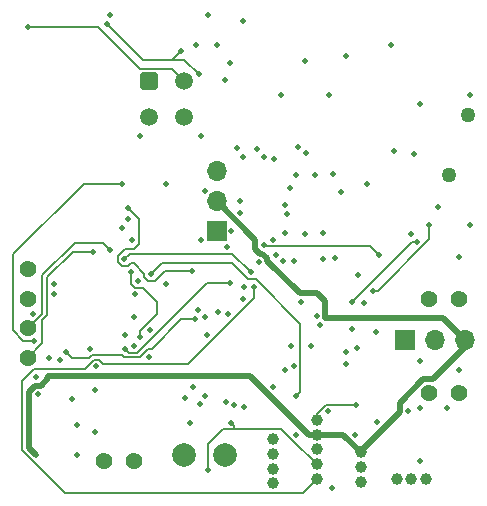
<source format=gbr>
%TF.GenerationSoftware,KiCad,Pcbnew,(6.0.7)*%
%TF.CreationDate,2022-09-21T11:21:43+02:00*%
%TF.ProjectId,CANpaca-EB-schematics,43414e70-6163-4612-9d45-422d73636865,rev?*%
%TF.SameCoordinates,Original*%
%TF.FileFunction,Copper,L3,Inr*%
%TF.FilePolarity,Positive*%
%FSLAX46Y46*%
G04 Gerber Fmt 4.6, Leading zero omitted, Abs format (unit mm)*
G04 Created by KiCad (PCBNEW (6.0.7)) date 2022-09-21 11:21:43*
%MOMM*%
%LPD*%
G01*
G04 APERTURE LIST*
G04 Aperture macros list*
%AMRoundRect*
0 Rectangle with rounded corners*
0 $1 Rounding radius*
0 $2 $3 $4 $5 $6 $7 $8 $9 X,Y pos of 4 corners*
0 Add a 4 corners polygon primitive as box body*
4,1,4,$2,$3,$4,$5,$6,$7,$8,$9,$2,$3,0*
0 Add four circle primitives for the rounded corners*
1,1,$1+$1,$2,$3*
1,1,$1+$1,$4,$5*
1,1,$1+$1,$6,$7*
1,1,$1+$1,$8,$9*
0 Add four rect primitives between the rounded corners*
20,1,$1+$1,$2,$3,$4,$5,0*
20,1,$1+$1,$4,$5,$6,$7,0*
20,1,$1+$1,$6,$7,$8,$9,0*
20,1,$1+$1,$8,$9,$2,$3,0*%
G04 Aperture macros list end*
%TA.AperFunction,ComponentPad*%
%ADD10C,1.270000*%
%TD*%
%TA.AperFunction,ComponentPad*%
%ADD11C,1.000000*%
%TD*%
%TA.AperFunction,ComponentPad*%
%ADD12C,2.000000*%
%TD*%
%TA.AperFunction,ComponentPad*%
%ADD13C,1.425000*%
%TD*%
%TA.AperFunction,ComponentPad*%
%ADD14R,1.700000X1.700000*%
%TD*%
%TA.AperFunction,ComponentPad*%
%ADD15O,1.700000X1.700000*%
%TD*%
%TA.AperFunction,ComponentPad*%
%ADD16RoundRect,0.250001X-0.499999X-0.499999X0.499999X-0.499999X0.499999X0.499999X-0.499999X0.499999X0*%
%TD*%
%TA.AperFunction,ComponentPad*%
%ADD17C,1.500000*%
%TD*%
%TA.AperFunction,ViaPad*%
%ADD18C,0.508000*%
%TD*%
%TA.AperFunction,Conductor*%
%ADD19C,0.200000*%
%TD*%
%TA.AperFunction,Conductor*%
%ADD20C,0.520000*%
%TD*%
G04 APERTURE END LIST*
D10*
%TO.N,VBUS*%
%TO.C,F1*%
X114050000Y-43450000D03*
%TO.N,Net-(C20-Pad2)*%
X112450000Y-48550000D03*
%TD*%
D11*
%TO.N,GND*%
%TO.C,J14*%
X101250000Y-69250000D03*
%TO.N,5V*%
X101250000Y-70500000D03*
%TO.N,SERVO*%
X101250000Y-71750000D03*
%TO.N,GND*%
X101250000Y-73000000D03*
%TO.N,PROBE*%
X101250000Y-74250000D03*
%TD*%
D12*
%TO.N,Net-(J6-Pad1)*%
%TO.C,J6*%
X90000000Y-72250000D03*
%TO.N,DC_IN*%
X93500000Y-72250000D03*
%TD*%
D11*
%TO.N,3V3*%
%TO.C,J16*%
X110500000Y-74250000D03*
%TO.N,GND*%
X109250000Y-74250000D03*
%TO.N,RUNOUT*%
X108000000Y-74250000D03*
%TD*%
%TO.N,5V*%
%TO.C,J13*%
X105000000Y-72000000D03*
%TO.N,GND*%
X105000000Y-73250000D03*
%TO.N,RGB*%
X105000000Y-74500000D03*
%TD*%
D13*
%TO.N,Net-(C15-Pad2)*%
%TO.C,J5*%
X113250000Y-67000000D03*
%TO.N,Net-(D3-Pad2)*%
X110750000Y-67000000D03*
%TD*%
%TO.N,Net-(C15-Pad2)*%
%TO.C,J2*%
X113250000Y-59000000D03*
%TO.N,Net-(D1-Pad2)*%
X110750000Y-59000000D03*
%TD*%
%TO.N,GND*%
%TO.C,J17*%
X83250000Y-72750000D03*
%TO.N,Net-(J17-Pad2)*%
X85750000Y-72750000D03*
%TD*%
D14*
%TO.N,DC_IN*%
%TO.C,J4*%
X108725000Y-62500000D03*
D15*
%TO.N,Net-(C15-Pad2)*%
X111265000Y-62500000D03*
%TO.N,5V*%
X113805000Y-62500000D03*
%TD*%
D13*
%TO.N,MOTOR_A2*%
%TO.C,J8*%
X76750000Y-56500000D03*
%TO.N,MOTOR_A1*%
X76750000Y-59000000D03*
%TO.N,Net-(J8-Pad3)*%
X76750000Y-61500000D03*
%TO.N,Net-(J8-Pad4)*%
X76750000Y-64000000D03*
%TD*%
D11*
%TO.N,FORCE_P*%
%TO.C,J12*%
X97500000Y-70875000D03*
%TO.N,RTDIN_P*%
X97500000Y-72125000D03*
%TO.N,RTDIN_N*%
X97500000Y-73375000D03*
%TO.N,FORCE_N*%
X97500000Y-74625000D03*
%TD*%
D14*
%TO.N,USB_5V*%
%TO.C,J11*%
X92750000Y-53275000D03*
D15*
%TO.N,5V*%
X92750000Y-50735000D03*
%TO.N,DC_5V*%
X92750000Y-48195000D03*
%TD*%
D16*
%TO.N,DC_IN*%
%TO.C,J7*%
X87000000Y-40585000D03*
D17*
%TO.N,GND*%
X90000000Y-40585000D03*
%TO.N,CAN_P*%
X87000000Y-43585000D03*
%TO.N,CAN_N*%
X90000000Y-43585000D03*
%TD*%
D18*
%TO.N,GND*%
X112250000Y-68250000D03*
X93500000Y-40500000D03*
X76750000Y-36000000D03*
X77667052Y-67091990D03*
X92750000Y-37500000D03*
X105250000Y-59371500D03*
X85250000Y-51328500D03*
X110000000Y-42500000D03*
X80500000Y-67500000D03*
X80954130Y-72250000D03*
X107750000Y-46500000D03*
X104648586Y-63203500D03*
X95000000Y-47000000D03*
X90695245Y-56634407D03*
X86250000Y-45250000D03*
X94000000Y-69500000D03*
X92000000Y-73500000D03*
X114250000Y-41750000D03*
X106000000Y-58333616D03*
X102250000Y-41750000D03*
X93930064Y-39046500D03*
X110750000Y-52750000D03*
X107500000Y-37500000D03*
X100250000Y-53553500D03*
X103250000Y-50000000D03*
X77495479Y-65664490D03*
X103750000Y-63500000D03*
X104571500Y-67970792D03*
X113250000Y-55500000D03*
%TO.N,5V*%
X77500000Y-72250000D03*
X78500000Y-65500000D03*
%TO.N,Net-(C2-Pad2)*%
X91462500Y-45212500D03*
X91750000Y-49898500D03*
%TO.N,CAN_P*%
X95033764Y-58033764D03*
X91446498Y-54046500D03*
%TO.N,CAN_N*%
X85609592Y-54049143D03*
X88500000Y-49250000D03*
%TO.N,DC_IN*%
X87118403Y-61671903D03*
X90500000Y-69500000D03*
%TO.N,Net-(C6-Pad2)*%
X80000000Y-63500000D03*
X90943417Y-60753720D03*
%TO.N,Net-(C7-Pad1)*%
X78553500Y-64000000D03*
%TO.N,Net-(C7-Pad2)*%
X79500000Y-64196500D03*
X82581498Y-64733822D03*
%TO.N,3V3*%
X104250000Y-61528500D03*
X98250000Y-41750000D03*
X99500000Y-70500000D03*
X91196500Y-59928500D03*
X106343016Y-69458688D03*
X109250000Y-53500000D03*
X82500000Y-70250000D03*
X100750000Y-63000000D03*
X95000000Y-59000000D03*
X109500000Y-46750000D03*
X86250000Y-62250000D03*
X85536780Y-56734237D03*
X102227918Y-68522082D03*
%TO.N,Net-(C10-Pad2)*%
X84750000Y-49250000D03*
X77271452Y-62542905D03*
%TO.N,Net-(C11-Pad2)*%
X85250000Y-52250000D03*
X77179209Y-60288022D03*
%TO.N,Net-(C16-Pad1)*%
X93875996Y-57625995D03*
X85000000Y-63246500D03*
%TO.N,Net-(C17-Pad1)*%
X84750000Y-53000000D03*
%TO.N,Net-(C19-Pad2)*%
X92000000Y-35000000D03*
X95000000Y-35500000D03*
X91016384Y-37516384D03*
X83750000Y-35000000D03*
%TO.N,Net-(C20-Pad2)*%
X111500000Y-51250000D03*
%TO.N,Net-(C23-Pad2)*%
X89750000Y-38000000D03*
X91250000Y-40000000D03*
X83500000Y-35750000D03*
%TO.N,1V1*%
X101783970Y-53464823D03*
X101046500Y-48500000D03*
X102646500Y-48446500D03*
%TO.N,Net-(C47-Pad2)*%
X101802812Y-55644376D03*
X99346500Y-55825423D03*
X104750000Y-57000000D03*
%TO.N,Net-(C48-Pad2)*%
X99883459Y-59248111D03*
%TO.N,RTDIN_P*%
X95090897Y-68159103D03*
%TO.N,RTDIN_N*%
X94250000Y-68000000D03*
%TO.N,RUN*%
X96332603Y-55881068D03*
X102789633Y-55556865D03*
X101250000Y-60500000D03*
%TO.N,TH_0*%
X87072673Y-63935860D03*
X105500000Y-49250000D03*
%TO.N,USB_5V*%
X114250000Y-52750000D03*
X94003479Y-53250000D03*
%TO.N,MOTOR_A2*%
X82000000Y-63246500D03*
%TO.N,MOTOR_A1*%
X85000000Y-62107000D03*
%TO.N,Net-(J8-Pad3)*%
X83750000Y-54849161D03*
%TO.N,Net-(J8-Pad4)*%
X82250000Y-55000000D03*
%TO.N,Net-(J9-PadB5)*%
X100211784Y-38880575D03*
%TO.N,Net-(J9-PadA5)*%
X103750000Y-38453500D03*
%TO.N,FORCE_P*%
X91335374Y-67914626D03*
X97525968Y-66474032D03*
%TO.N,FORCE_N*%
X93513735Y-67733349D03*
X90750000Y-66500000D03*
%TO.N,SERVO*%
X106250000Y-61796500D03*
X97760456Y-55303500D03*
%TO.N,PROBE*%
X95902685Y-58001986D03*
%TO.N,RUNOUT*%
X109000000Y-68500000D03*
X109958232Y-72695695D03*
%TO.N,Net-(Q2-Pad1)*%
X113250000Y-65000000D03*
X110000000Y-68250000D03*
%TO.N,Net-(Q3-Pad4)*%
X80953630Y-69693839D03*
%TO.N,FAN_0*%
X96736906Y-54446500D03*
X106500000Y-55303000D03*
%TO.N,FAN_1*%
X110000000Y-64246500D03*
X97500000Y-54000000D03*
%TO.N,HOT_0*%
X98393300Y-55820875D03*
X82500000Y-66750000D03*
%TO.N,QSPI_SS*%
X97635643Y-47203500D03*
X94722528Y-51698486D03*
X94500000Y-46250000D03*
X98946498Y-49601500D03*
%TO.N,SCK*%
X85750000Y-63000000D03*
X102500000Y-75000000D03*
X85750000Y-60553500D03*
%TO.N,CS_MAX*%
X91750000Y-60578500D03*
X98533223Y-53466979D03*
%TO.N,MOSI*%
X99500000Y-67250000D03*
X91750000Y-67250000D03*
X87184035Y-56934036D03*
%TO.N,430R*%
X101500000Y-61250000D03*
X91928977Y-62097294D03*
%TO.N,4300R*%
X93750000Y-60303500D03*
X99304167Y-64700933D03*
%TO.N,MOSI_2*%
X104504521Y-70495479D03*
%TO.N,MISO*%
X92908508Y-60159726D03*
X95635292Y-56750000D03*
X84921500Y-55653386D03*
X99082857Y-63027098D03*
%TO.N,CS_ADXL*%
X103750000Y-64500000D03*
%TO.N,ISENSOR*%
X98557331Y-64990445D03*
%TO.N,STEP_E*%
X85871472Y-58614634D03*
X98540383Y-51028500D03*
%TO.N,DIR_E*%
X86090280Y-57500000D03*
X94750000Y-50750000D03*
%TO.N,DIAG1_E*%
X93607477Y-54608367D03*
X78963220Y-57765763D03*
%TO.N,EN_E*%
X79000000Y-58553500D03*
X98686817Y-51809074D03*
%TO.N,QSPI_SD1*%
X96758192Y-46975424D03*
%TO.N,QSPI_SD2*%
X96141384Y-46358616D03*
%TO.N,QSPI_SD0*%
X99682339Y-46178500D03*
%TO.N,QSPI_SCLK*%
X100337945Y-46662055D03*
%TO.N,QSPI_SD3*%
X99500000Y-48500500D03*
%TO.N,CAN_OUT*%
X88500000Y-57750000D03*
%TO.N,BOOT_IN*%
X109750000Y-54196500D03*
X104250000Y-59250000D03*
%TO.N,THO_IN*%
X90068990Y-67431010D03*
%TD*%
D19*
%TO.N,GND*%
X93277953Y-70000000D02*
X94250000Y-70000000D01*
X85250000Y-51328500D02*
X86163592Y-52242092D01*
X85250000Y-56250000D02*
X85500000Y-56000000D01*
X101250000Y-68716525D02*
X101250000Y-69250000D01*
X99216525Y-71000000D02*
X99250000Y-71000000D01*
X86272183Y-39535000D02*
X88950000Y-39535000D01*
X85731866Y-54768134D02*
X84981866Y-54768134D01*
X76750000Y-36000000D02*
X82737183Y-36000000D01*
X99250000Y-71000000D02*
X101250000Y-73000000D01*
X85750000Y-56000000D02*
X86630035Y-56880035D01*
X104568790Y-67968082D02*
X101998443Y-67968082D01*
X106000000Y-58333616D02*
X106396359Y-58333616D01*
X86966524Y-57500000D02*
X87500000Y-57500000D01*
X94250000Y-70000000D02*
X94250000Y-69750000D01*
X88365593Y-56634407D02*
X90695245Y-56634407D01*
X84367500Y-55382500D02*
X84367500Y-55882861D01*
X104571500Y-67970792D02*
X104568790Y-67968082D01*
X94250000Y-69750000D02*
X94000000Y-69500000D01*
X84367500Y-55882861D02*
X84734639Y-56250000D01*
X92000000Y-73500000D02*
X92000000Y-71277953D01*
X86163592Y-54336408D02*
X85731866Y-54768134D01*
X84734639Y-56250000D02*
X85250000Y-56250000D01*
X86630035Y-57163511D02*
X86966524Y-57500000D01*
X106396359Y-58333616D02*
X110750000Y-53979975D01*
X92000000Y-71277953D02*
X93277953Y-70000000D01*
X110750000Y-53979975D02*
X110750000Y-52750000D01*
X85500000Y-56000000D02*
X85750000Y-56000000D01*
X84981866Y-54768134D02*
X84367500Y-55382500D01*
X98216525Y-70000000D02*
X99216525Y-71000000D01*
X94250000Y-70000000D02*
X98216525Y-70000000D01*
X101998443Y-67968082D02*
X101250000Y-68716525D01*
X82737183Y-36000000D02*
X86272183Y-39535000D01*
X87500000Y-57500000D02*
X88365593Y-56634407D01*
X86630035Y-56880035D02*
X86630035Y-57163511D01*
X86163592Y-52242092D02*
X86163592Y-54336408D01*
X88950000Y-39535000D02*
X90000000Y-40585000D01*
D20*
%TO.N,5V*%
X100542894Y-70500000D02*
X95542894Y-65500000D01*
X101964000Y-59214000D02*
X101284111Y-58534111D01*
X76861562Y-71611562D02*
X77500000Y-72250000D01*
X95542894Y-65500000D02*
X78500000Y-65500000D01*
X110264334Y-65827500D02*
X108286000Y-67805834D01*
X78500000Y-65500000D02*
X78500000Y-65750000D01*
X113805000Y-62500000D02*
X111914405Y-60609405D01*
X111075000Y-65827500D02*
X110264334Y-65827500D01*
X96417421Y-55167421D02*
X96000000Y-54750000D01*
X103500000Y-70500000D02*
X105000000Y-72000000D01*
X96628705Y-55167421D02*
X96417421Y-55167421D01*
X105000000Y-71902500D02*
X105000000Y-72000000D01*
X96000000Y-53985000D02*
X92750000Y-50735000D01*
X111914405Y-60609405D02*
X101964000Y-60609405D01*
X78500000Y-65750000D02*
X77872010Y-66377990D01*
X76861562Y-66887731D02*
X76861562Y-71611562D01*
X101284111Y-58534111D02*
X99784111Y-58534111D01*
X77371303Y-66377990D02*
X76861562Y-66887731D01*
X101964000Y-60609405D02*
X101964000Y-59214000D01*
X97046956Y-55796956D02*
X97046956Y-55585672D01*
X99784111Y-58534111D02*
X97046956Y-55796956D01*
X113805000Y-62500000D02*
X113805000Y-63097500D01*
X101250000Y-70500000D02*
X103500000Y-70500000D01*
X108286000Y-67805834D02*
X108286000Y-68616500D01*
X77872010Y-66377990D02*
X77371303Y-66377990D01*
X96000000Y-54750000D02*
X96000000Y-53985000D01*
X97046956Y-55585672D02*
X96628705Y-55167421D01*
X101250000Y-70500000D02*
X100542894Y-70500000D01*
X113805000Y-63097500D02*
X111075000Y-65827500D01*
X108286000Y-68616500D02*
X105000000Y-71902500D01*
D19*
%TO.N,Net-(C6-Pad2)*%
X90943417Y-60753720D02*
X89746280Y-60753720D01*
X81952023Y-64014137D02*
X80514137Y-64014137D01*
X87250000Y-63250000D02*
X86975058Y-63250000D01*
X80514137Y-64014137D02*
X80000000Y-63500000D01*
X89746280Y-60753720D02*
X87250000Y-63250000D01*
X86271058Y-63954000D02*
X84924025Y-63954000D01*
X84924025Y-63954000D02*
X84749847Y-63779822D01*
X84749847Y-63779822D02*
X82186338Y-63779822D01*
X86975058Y-63250000D02*
X86271058Y-63954000D01*
X82186338Y-63779822D02*
X81952023Y-64014137D01*
%TO.N,3V3*%
X86554000Y-58054000D02*
X85860805Y-58054000D01*
X86250000Y-62250000D02*
X86250000Y-61756831D01*
X85860805Y-58054000D02*
X85536780Y-57729975D01*
X85536780Y-57729975D02*
X85536780Y-56734237D01*
X86250000Y-61756831D02*
X87750000Y-60256831D01*
X87750000Y-59250000D02*
X86554000Y-58054000D01*
X87750000Y-60256831D02*
X87750000Y-59250000D01*
%TO.N,Net-(C10-Pad2)*%
X75500000Y-55250000D02*
X81500000Y-49250000D01*
X77271452Y-62542905D02*
X76361013Y-62542905D01*
X76361013Y-62542905D02*
X75500000Y-61681892D01*
X81500000Y-49250000D02*
X84750000Y-49250000D01*
X75500000Y-61681892D02*
X75500000Y-55250000D01*
%TO.N,Net-(C16-Pad1)*%
X91947786Y-57625995D02*
X86019781Y-63554000D01*
X93875996Y-57625995D02*
X91947786Y-57625995D01*
X85307500Y-63554000D02*
X85000000Y-63246500D01*
X86019781Y-63554000D02*
X85307500Y-63554000D01*
%TO.N,Net-(C23-Pad2)*%
X90000000Y-38750000D02*
X91250000Y-40000000D01*
X89000000Y-38750000D02*
X89750000Y-38000000D01*
X86500000Y-38750000D02*
X89000000Y-38750000D01*
X89000000Y-38750000D02*
X90000000Y-38750000D01*
X83500000Y-35750000D02*
X86500000Y-38750000D01*
%TO.N,Net-(J8-Pad3)*%
X78000000Y-57000000D02*
X78000000Y-60250000D01*
X78000000Y-60250000D02*
X76750000Y-61500000D01*
X80750000Y-54250000D02*
X78000000Y-57000000D01*
X83750000Y-54849161D02*
X83150839Y-54250000D01*
X83150839Y-54250000D02*
X80750000Y-54250000D01*
%TO.N,Net-(J8-Pad4)*%
X80565686Y-55000000D02*
X78400000Y-57165686D01*
X82250000Y-55000000D02*
X80565686Y-55000000D01*
X78400000Y-60415686D02*
X78000000Y-60815686D01*
X78000000Y-62750000D02*
X76750000Y-64000000D01*
X78400000Y-57165686D02*
X78400000Y-60415686D01*
X78000000Y-60815686D02*
X78000000Y-62750000D01*
%TO.N,PROBE*%
X79883040Y-75425000D02*
X100075000Y-75425000D01*
X100075000Y-75425000D02*
X101250000Y-74250000D01*
X77310000Y-64940000D02*
X76301562Y-65948438D01*
X95902685Y-58934290D02*
X90332628Y-64504347D01*
X83135498Y-64504347D02*
X82810973Y-64179822D01*
X90332628Y-64504347D02*
X83135498Y-64504347D01*
X76301562Y-65948438D02*
X76301562Y-71843522D01*
X82352023Y-64179822D02*
X81591845Y-64940000D01*
X76301562Y-71843522D02*
X79883040Y-75425000D01*
X95902685Y-58001986D02*
X95902685Y-58934290D01*
X82810973Y-64179822D02*
X82352023Y-64179822D01*
X81591845Y-64940000D02*
X77310000Y-64940000D01*
%TO.N,FAN_0*%
X96844406Y-54554000D02*
X96736906Y-54446500D01*
X106500000Y-55303000D02*
X105751000Y-54554000D01*
X105751000Y-54554000D02*
X96844406Y-54554000D01*
%TO.N,MOSI*%
X94101817Y-56000000D02*
X95405817Y-57304000D01*
X95405817Y-57304000D02*
X96054000Y-57304000D01*
X99858167Y-61108167D02*
X99858167Y-66891833D01*
X87184035Y-56934036D02*
X88118071Y-56000000D01*
X88118071Y-56000000D02*
X94101817Y-56000000D01*
X96054000Y-57304000D02*
X99858167Y-61108167D01*
X99858167Y-66891833D02*
X99500000Y-67250000D01*
%TO.N,MISO*%
X84921500Y-55653386D02*
X85406752Y-55168134D01*
X94053426Y-55168134D02*
X95635292Y-56750000D01*
X85406752Y-55168134D02*
X94053426Y-55168134D01*
%TO.N,BOOT_IN*%
X109303500Y-54196500D02*
X109750000Y-54196500D01*
X104250000Y-59250000D02*
X109303500Y-54196500D01*
%TD*%
M02*

</source>
